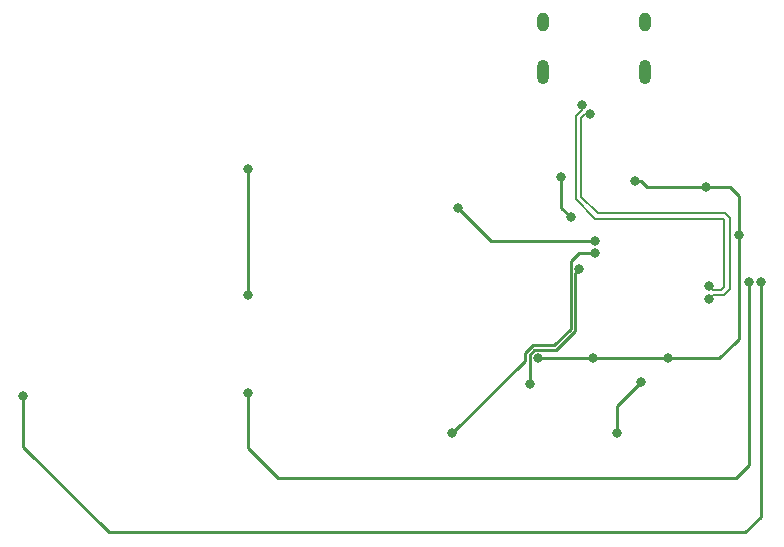
<source format=gtl>
%TF.GenerationSoftware,KiCad,Pcbnew,(5.1.10-1-10_14)*%
%TF.CreationDate,2021-05-18T16:18:39+02:00*%
%TF.ProjectId,dirac_delta,64697261-635f-4646-956c-74612e6b6963,rev?*%
%TF.SameCoordinates,Original*%
%TF.FileFunction,Copper,L1,Top*%
%TF.FilePolarity,Positive*%
%FSLAX46Y46*%
G04 Gerber Fmt 4.6, Leading zero omitted, Abs format (unit mm)*
G04 Created by KiCad (PCBNEW (5.1.10-1-10_14)) date 2021-05-18 16:18:39*
%MOMM*%
%LPD*%
G01*
G04 APERTURE LIST*
%TA.AperFunction,ComponentPad*%
%ADD10O,1.000000X2.100000*%
%TD*%
%TA.AperFunction,ComponentPad*%
%ADD11O,1.000000X1.600000*%
%TD*%
%TA.AperFunction,ViaPad*%
%ADD12C,0.800000*%
%TD*%
%TA.AperFunction,Conductor*%
%ADD13C,0.254000*%
%TD*%
%TA.AperFunction,Conductor*%
%ADD14C,0.200000*%
%TD*%
G04 APERTURE END LIST*
D10*
%TO.P,USB1,13*%
%TO.N,GND*%
X70292500Y-24242500D03*
X78932500Y-24242500D03*
D11*
X70292500Y-20062500D03*
X78932500Y-20062500D03*
%TD*%
D12*
%TO.N,GND*%
X72644000Y-36576000D03*
X71847750Y-33181250D03*
%TO.N,VDD*%
X86868000Y-38100000D03*
X80899000Y-48514000D03*
X74549000Y-48514000D03*
X69850000Y-48514000D03*
X84074000Y-34036000D03*
X78105000Y-33528000D03*
%TO.N,NRST*%
X69170600Y-50673000D03*
X73348810Y-40937190D03*
%TO.N,BOOT0*%
X78613000Y-50546000D03*
X76581000Y-54864000D03*
%TO.N,USB_DP*%
X74285232Y-27803232D03*
X84341140Y-43437860D03*
%TO.N,USB_DN*%
X73542768Y-27060768D03*
X84341140Y-42387860D03*
%TO.N,ROW0*%
X63119000Y-35814000D03*
X74676000Y-38608000D03*
%TO.N,ROW1*%
X62611000Y-54864000D03*
X74675530Y-39561007D03*
%TO.N,COL0*%
X88709403Y-42037000D03*
X26289000Y-51689000D03*
%TO.N,COL1*%
X45339000Y-43180000D03*
X45339000Y-32512000D03*
X45339000Y-51435000D03*
X87757000Y-42037000D03*
%TD*%
D13*
%TO.N,GND*%
X71847750Y-35779750D02*
X71847750Y-33181250D01*
X72644000Y-36576000D02*
X71847750Y-35779750D01*
%TO.N,VDD*%
X86614000Y-47117000D02*
X85217000Y-48514000D01*
X86614000Y-47117000D02*
X86868000Y-46863000D01*
X86868000Y-38100000D02*
X86868000Y-46863000D01*
X85217000Y-48514000D02*
X80899000Y-48514000D01*
X74549000Y-48514000D02*
X69850000Y-48514000D01*
X80899000Y-48514000D02*
X74549000Y-48514000D01*
X86868000Y-38100000D02*
X86868000Y-34798000D01*
X86868000Y-34798000D02*
X86106000Y-34036000D01*
X79121000Y-34036000D02*
X78613000Y-33528000D01*
X78613000Y-33528000D02*
X78105000Y-33528000D01*
X84074000Y-34036000D02*
X79121000Y-34036000D01*
X86106000Y-34036000D02*
X84074000Y-34036000D01*
%TO.N,NRST*%
X69170599Y-48187887D02*
X69170599Y-48850599D01*
X69523887Y-47834599D02*
X69170599Y-48187887D01*
X71392991Y-47834599D02*
X69523887Y-47834599D01*
X73025000Y-46202590D02*
X71392991Y-47834599D01*
X69170599Y-50672999D02*
X69170600Y-50673000D01*
X69170599Y-48850599D02*
X69170599Y-50672999D01*
X73025000Y-46202590D02*
X73025000Y-41529000D01*
X73025000Y-41261000D02*
X73348810Y-40937190D01*
X73025000Y-41529000D02*
X73025000Y-41261000D01*
%TO.N,BOOT0*%
X78613000Y-50546000D02*
X76581000Y-52578000D01*
X76581000Y-52578000D02*
X76581000Y-54864000D01*
D14*
%TO.N,USB_DP*%
X86077000Y-42638200D02*
X85577340Y-43137860D01*
X86077000Y-36609800D02*
X86077000Y-42638200D01*
X73504000Y-34831800D02*
X74896200Y-36224000D01*
X85691200Y-36224000D02*
X86077000Y-36609800D01*
X85577340Y-43137860D02*
X84641140Y-43137860D01*
X73860967Y-27803232D02*
X73504000Y-28160199D01*
X84641140Y-43137860D02*
X84341140Y-43437860D01*
X74896200Y-36224000D02*
X85691200Y-36224000D01*
X73504000Y-28160199D02*
X73504000Y-34831800D01*
X74285232Y-27803232D02*
X73860967Y-27803232D01*
%TO.N,USB_DN*%
X84641140Y-42687860D02*
X84341140Y-42387860D01*
X85504800Y-36674000D02*
X85627000Y-36796200D01*
X73054000Y-35018200D02*
X74709800Y-36674000D01*
X73054000Y-27973801D02*
X73054000Y-35018200D01*
X85627000Y-42451800D02*
X85390940Y-42687860D01*
X73542768Y-27060768D02*
X73542768Y-27485033D01*
X85390940Y-42687860D02*
X84641140Y-42687860D01*
X85627000Y-36796200D02*
X85627000Y-42451800D01*
X74709800Y-36674000D02*
X85504800Y-36674000D01*
X73542768Y-27485033D02*
X73054000Y-27973801D01*
D13*
%TO.N,ROW0*%
X65908823Y-38603823D02*
X73475237Y-38603823D01*
X63119000Y-35814000D02*
X65908823Y-38603823D01*
X73479414Y-38608000D02*
X73475237Y-38603823D01*
X74676000Y-38608000D02*
X73479414Y-38608000D01*
%TO.N,ROW1*%
X69412736Y-47371000D02*
X68764190Y-48019546D01*
X68764190Y-48019546D02*
X68764189Y-48710811D01*
X73341993Y-39561007D02*
X72618590Y-40284410D01*
X72618590Y-45999410D02*
X71247000Y-47371000D01*
X71247000Y-47371000D02*
X69412736Y-47371000D01*
X72618590Y-40284410D02*
X72618590Y-45999410D01*
X68764189Y-48710811D02*
X62611000Y-54864000D01*
X74675530Y-39561007D02*
X73341993Y-39561007D01*
%TO.N,COL0*%
X26289000Y-51689000D02*
X26289000Y-56007000D01*
X26289000Y-56007000D02*
X33528000Y-63246000D01*
X33528000Y-63246000D02*
X87376000Y-63246000D01*
X87376000Y-63246000D02*
X88709403Y-61912597D01*
X88709403Y-61912597D02*
X88709403Y-61785403D01*
X88709403Y-42037000D02*
X88709403Y-61785403D01*
%TO.N,COL1*%
X45339000Y-43180000D02*
X45339000Y-32512000D01*
X87757000Y-44958000D02*
X87757000Y-42037000D01*
X86614000Y-58674000D02*
X87757000Y-57531000D01*
X87757000Y-57531000D02*
X87757000Y-44958000D01*
X47879000Y-58674000D02*
X86614000Y-58674000D01*
X45339000Y-56134000D02*
X47879000Y-58674000D01*
X45339000Y-51435000D02*
X45339000Y-56134000D01*
%TD*%
M02*

</source>
